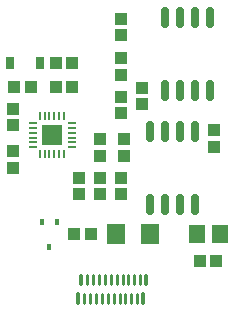
<source format=gtp>
G04 ---------------------------- Layer name :TOP PASTER LAYER*
G04 EasyEDA v5.8.22, Wed, 26 Dec 2018 05:37:28 GMT*
G04 8ad1f06e4ff34cadb9936333048842b5*
G04 Gerber Generator version 0.2*
G04 Scale: 100 percent, Rotated: No, Reflected: No *
G04 Dimensions in inches *
G04 leading zeros omitted , absolute positions ,2 integer and 4 decimal *
%FSLAX24Y24*%
%MOIN*%
G90*
G70D02*

%ADD19C,0.009843*%
%ADD20C,0.011810*%
%ADD21C,0.027559*%
%ADD24R,0.068900X0.068900*%
%ADD25R,0.010000X0.027560*%
%ADD26R,0.027560X0.010000*%
%ADD27R,0.043307X0.039370*%
%ADD28R,0.063000X0.071000*%
%ADD29R,0.039370X0.043307*%
%ADD30R,0.052000X0.059900*%
%ADD31R,0.015748X0.023622*%
%ADD32R,0.031496X0.039370*%

%LPD*%
G54D19*
G01X3553Y2501D02*
G01X3553Y2205D01*
G01X3750Y2501D02*
G01X3750Y2205D01*
G01X3948Y2501D02*
G01X3948Y2205D01*
G01X4144Y2501D02*
G01X4144Y2205D01*
G54D20*
G01X2759Y2492D02*
G01X2759Y2215D01*
G54D19*
G01X2963Y2501D02*
G01X2963Y2205D01*
G01X3159Y2501D02*
G01X3159Y2205D01*
G01X3357Y2501D02*
G01X3357Y2205D01*
G01X4340Y2501D02*
G01X4340Y2205D01*
G01X4538Y2501D02*
G01X4538Y2205D01*
G01X4735Y2501D02*
G01X4735Y2205D01*
G54D20*
G01X4939Y2492D02*
G01X4939Y2215D01*
G54D19*
G01X3651Y3132D02*
G01X3651Y2836D01*
G01X3848Y3132D02*
G01X3848Y2836D01*
G01X4046Y3132D02*
G01X4046Y2836D01*
G01X4243Y3132D02*
G01X4243Y2836D01*
G54D20*
G01X2857Y3121D02*
G01X2857Y2846D01*
G54D19*
G01X3061Y3132D02*
G01X3061Y2836D01*
G01X3259Y3132D02*
G01X3259Y2836D01*
G01X4439Y3132D02*
G01X4439Y2836D01*
G01X4636Y3132D02*
G01X4636Y2836D01*
G01X4832Y3132D02*
G01X4832Y2836D01*
G54D20*
G01X5038Y3121D02*
G01X5038Y2846D01*
G54D19*
G01X3457Y3132D02*
G01X3457Y2836D01*
G54D21*
G01X5150Y5696D02*
G01X5150Y5263D01*
G01X5650Y5696D02*
G01X5650Y5263D01*
G01X6150Y5696D02*
G01X6150Y5263D01*
G01X6650Y5696D02*
G01X6650Y5263D01*
G01X5150Y8136D02*
G01X5150Y7703D01*
G01X5650Y8136D02*
G01X5650Y7703D01*
G01X6150Y8136D02*
G01X6150Y7703D01*
G01X6650Y8136D02*
G01X6650Y7703D01*
G01X7150Y11503D02*
G01X7150Y11936D01*
G01X6650Y11503D02*
G01X6650Y11936D01*
G01X6150Y11503D02*
G01X6150Y11936D01*
G01X5650Y11503D02*
G01X5650Y11936D01*
G01X7150Y9063D02*
G01X7150Y9496D01*
G01X6650Y9063D02*
G01X6650Y9496D01*
G01X6150Y9063D02*
G01X6150Y9496D01*
G01X5650Y9063D02*
G01X5650Y9496D01*
G54D24*
G01X1880Y7800D03*
G54D25*
G01X1486Y7169D03*
G01X1644Y7170D03*
G01X1801Y7169D03*
G01X1959Y7169D03*
G01X2117Y7169D03*
G01X2274Y7169D03*
G54D26*
G01X2550Y7406D03*
G01X2550Y7563D03*
G01X2550Y7721D03*
G01X2550Y7879D03*
G01X2549Y8036D03*
G01X2549Y8194D03*
G54D25*
G01X2274Y8430D03*
G01X2117Y8430D03*
G01X1958Y8429D03*
G01X1801Y8430D03*
G01X1643Y8430D03*
G01X1487Y8429D03*
G54D26*
G01X1249Y8194D03*
G01X1249Y8037D03*
G01X1249Y7879D03*
G01X1249Y7721D03*
G01X1249Y7563D03*
G01X1249Y7406D03*
G54D27*
G01X600Y7260D03*
G01X600Y6709D03*
G01X600Y8139D03*
G01X600Y8690D03*
G01X7300Y7960D03*
G01X7300Y7409D03*
G01X4200Y8539D03*
G01X4200Y9090D03*
G01X4900Y8839D03*
G01X4900Y9390D03*
G01X4200Y10360D03*
G01X4200Y9809D03*
G01X4200Y11139D03*
G01X4200Y11690D03*
G54D28*
G01X5160Y4500D03*
G01X4040Y4500D03*
G54D29*
G01X2639Y4500D03*
G01X3190Y4500D03*
G01X7360Y3600D03*
G01X6809Y3600D03*
G54D30*
G01X6718Y4500D03*
G01X7481Y4500D03*
G54D27*
G01X2800Y5839D03*
G01X2800Y6390D03*
G01X3500Y5839D03*
G01X3500Y6390D03*
G01X4200Y5839D03*
G01X4200Y6390D03*
G01X4300Y7660D03*
G01X4300Y7109D03*
G01X3500Y7660D03*
G01X3500Y7109D03*
G54D31*
G01X2055Y4913D03*
G01X1544Y4913D03*
G01X1800Y4086D03*
G54D32*
G01X1500Y10200D03*
G01X500Y10200D03*
G54D29*
G01X2560Y10200D03*
G01X2009Y10200D03*
G01X2560Y9400D03*
G01X2009Y9400D03*
G01X624Y9400D03*
G01X1175Y9400D03*
M00*
M02*

</source>
